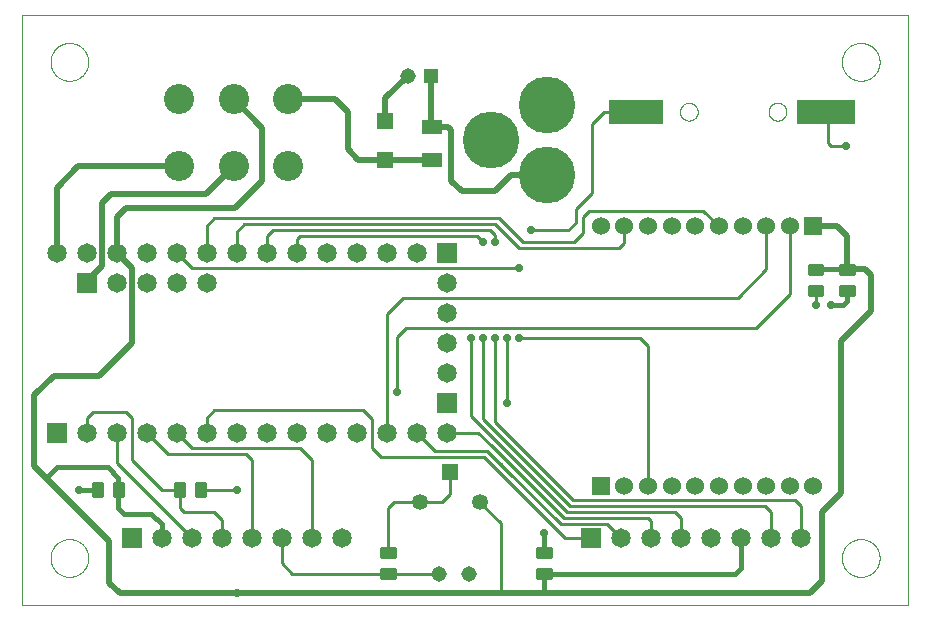
<source format=gtl>
G75*
%MOIN*%
%OFA0B0*%
%FSLAX25Y25*%
%IPPOS*%
%LPD*%
%AMOC8*
5,1,8,0,0,1.08239X$1,22.5*
%
%ADD10C,0.00000*%
%ADD11R,0.18110X0.07874*%
%ADD12R,0.19685X0.07874*%
%ADD13R,0.06500X0.06500*%
%ADD14C,0.06500*%
%ADD15C,0.01000*%
%ADD16R,0.06000X0.06000*%
%ADD17C,0.06000*%
%ADD18C,0.05150*%
%ADD19R,0.05150X0.05150*%
%ADD20R,0.05500X0.05500*%
%ADD21C,0.18898*%
%ADD22R,0.07000X0.05000*%
%ADD23C,0.05315*%
%ADD24R,0.05315X0.05315*%
%ADD25C,0.10039*%
%ADD26C,0.02000*%
%ADD27C,0.01600*%
%ADD28C,0.02900*%
D10*
X0048837Y0076492D02*
X0048837Y0273343D01*
X0344113Y0273343D01*
X0344113Y0076492D01*
X0048837Y0076492D01*
X0058286Y0092240D02*
X0058288Y0092398D01*
X0058294Y0092556D01*
X0058304Y0092714D01*
X0058318Y0092872D01*
X0058336Y0093029D01*
X0058357Y0093186D01*
X0058383Y0093342D01*
X0058413Y0093498D01*
X0058446Y0093653D01*
X0058484Y0093806D01*
X0058525Y0093959D01*
X0058570Y0094111D01*
X0058619Y0094262D01*
X0058672Y0094411D01*
X0058728Y0094559D01*
X0058788Y0094705D01*
X0058852Y0094850D01*
X0058920Y0094993D01*
X0058991Y0095135D01*
X0059065Y0095275D01*
X0059143Y0095412D01*
X0059225Y0095548D01*
X0059309Y0095682D01*
X0059398Y0095813D01*
X0059489Y0095942D01*
X0059584Y0096069D01*
X0059681Y0096194D01*
X0059782Y0096316D01*
X0059886Y0096435D01*
X0059993Y0096552D01*
X0060103Y0096666D01*
X0060216Y0096777D01*
X0060331Y0096886D01*
X0060449Y0096991D01*
X0060570Y0097093D01*
X0060693Y0097193D01*
X0060819Y0097289D01*
X0060947Y0097382D01*
X0061077Y0097472D01*
X0061210Y0097558D01*
X0061345Y0097642D01*
X0061481Y0097721D01*
X0061620Y0097798D01*
X0061761Y0097870D01*
X0061903Y0097940D01*
X0062047Y0098005D01*
X0062193Y0098067D01*
X0062340Y0098125D01*
X0062489Y0098180D01*
X0062639Y0098231D01*
X0062790Y0098278D01*
X0062942Y0098321D01*
X0063095Y0098360D01*
X0063250Y0098396D01*
X0063405Y0098427D01*
X0063561Y0098455D01*
X0063717Y0098479D01*
X0063874Y0098499D01*
X0064032Y0098515D01*
X0064189Y0098527D01*
X0064348Y0098535D01*
X0064506Y0098539D01*
X0064664Y0098539D01*
X0064822Y0098535D01*
X0064981Y0098527D01*
X0065138Y0098515D01*
X0065296Y0098499D01*
X0065453Y0098479D01*
X0065609Y0098455D01*
X0065765Y0098427D01*
X0065920Y0098396D01*
X0066075Y0098360D01*
X0066228Y0098321D01*
X0066380Y0098278D01*
X0066531Y0098231D01*
X0066681Y0098180D01*
X0066830Y0098125D01*
X0066977Y0098067D01*
X0067123Y0098005D01*
X0067267Y0097940D01*
X0067409Y0097870D01*
X0067550Y0097798D01*
X0067689Y0097721D01*
X0067825Y0097642D01*
X0067960Y0097558D01*
X0068093Y0097472D01*
X0068223Y0097382D01*
X0068351Y0097289D01*
X0068477Y0097193D01*
X0068600Y0097093D01*
X0068721Y0096991D01*
X0068839Y0096886D01*
X0068954Y0096777D01*
X0069067Y0096666D01*
X0069177Y0096552D01*
X0069284Y0096435D01*
X0069388Y0096316D01*
X0069489Y0096194D01*
X0069586Y0096069D01*
X0069681Y0095942D01*
X0069772Y0095813D01*
X0069861Y0095682D01*
X0069945Y0095548D01*
X0070027Y0095412D01*
X0070105Y0095275D01*
X0070179Y0095135D01*
X0070250Y0094993D01*
X0070318Y0094850D01*
X0070382Y0094705D01*
X0070442Y0094559D01*
X0070498Y0094411D01*
X0070551Y0094262D01*
X0070600Y0094111D01*
X0070645Y0093959D01*
X0070686Y0093806D01*
X0070724Y0093653D01*
X0070757Y0093498D01*
X0070787Y0093342D01*
X0070813Y0093186D01*
X0070834Y0093029D01*
X0070852Y0092872D01*
X0070866Y0092714D01*
X0070876Y0092556D01*
X0070882Y0092398D01*
X0070884Y0092240D01*
X0070882Y0092082D01*
X0070876Y0091924D01*
X0070866Y0091766D01*
X0070852Y0091608D01*
X0070834Y0091451D01*
X0070813Y0091294D01*
X0070787Y0091138D01*
X0070757Y0090982D01*
X0070724Y0090827D01*
X0070686Y0090674D01*
X0070645Y0090521D01*
X0070600Y0090369D01*
X0070551Y0090218D01*
X0070498Y0090069D01*
X0070442Y0089921D01*
X0070382Y0089775D01*
X0070318Y0089630D01*
X0070250Y0089487D01*
X0070179Y0089345D01*
X0070105Y0089205D01*
X0070027Y0089068D01*
X0069945Y0088932D01*
X0069861Y0088798D01*
X0069772Y0088667D01*
X0069681Y0088538D01*
X0069586Y0088411D01*
X0069489Y0088286D01*
X0069388Y0088164D01*
X0069284Y0088045D01*
X0069177Y0087928D01*
X0069067Y0087814D01*
X0068954Y0087703D01*
X0068839Y0087594D01*
X0068721Y0087489D01*
X0068600Y0087387D01*
X0068477Y0087287D01*
X0068351Y0087191D01*
X0068223Y0087098D01*
X0068093Y0087008D01*
X0067960Y0086922D01*
X0067825Y0086838D01*
X0067689Y0086759D01*
X0067550Y0086682D01*
X0067409Y0086610D01*
X0067267Y0086540D01*
X0067123Y0086475D01*
X0066977Y0086413D01*
X0066830Y0086355D01*
X0066681Y0086300D01*
X0066531Y0086249D01*
X0066380Y0086202D01*
X0066228Y0086159D01*
X0066075Y0086120D01*
X0065920Y0086084D01*
X0065765Y0086053D01*
X0065609Y0086025D01*
X0065453Y0086001D01*
X0065296Y0085981D01*
X0065138Y0085965D01*
X0064981Y0085953D01*
X0064822Y0085945D01*
X0064664Y0085941D01*
X0064506Y0085941D01*
X0064348Y0085945D01*
X0064189Y0085953D01*
X0064032Y0085965D01*
X0063874Y0085981D01*
X0063717Y0086001D01*
X0063561Y0086025D01*
X0063405Y0086053D01*
X0063250Y0086084D01*
X0063095Y0086120D01*
X0062942Y0086159D01*
X0062790Y0086202D01*
X0062639Y0086249D01*
X0062489Y0086300D01*
X0062340Y0086355D01*
X0062193Y0086413D01*
X0062047Y0086475D01*
X0061903Y0086540D01*
X0061761Y0086610D01*
X0061620Y0086682D01*
X0061481Y0086759D01*
X0061345Y0086838D01*
X0061210Y0086922D01*
X0061077Y0087008D01*
X0060947Y0087098D01*
X0060819Y0087191D01*
X0060693Y0087287D01*
X0060570Y0087387D01*
X0060449Y0087489D01*
X0060331Y0087594D01*
X0060216Y0087703D01*
X0060103Y0087814D01*
X0059993Y0087928D01*
X0059886Y0088045D01*
X0059782Y0088164D01*
X0059681Y0088286D01*
X0059584Y0088411D01*
X0059489Y0088538D01*
X0059398Y0088667D01*
X0059309Y0088798D01*
X0059225Y0088932D01*
X0059143Y0089068D01*
X0059065Y0089205D01*
X0058991Y0089345D01*
X0058920Y0089487D01*
X0058852Y0089630D01*
X0058788Y0089775D01*
X0058728Y0089921D01*
X0058672Y0090069D01*
X0058619Y0090218D01*
X0058570Y0090369D01*
X0058525Y0090521D01*
X0058484Y0090674D01*
X0058446Y0090827D01*
X0058413Y0090982D01*
X0058383Y0091138D01*
X0058357Y0091294D01*
X0058336Y0091451D01*
X0058318Y0091608D01*
X0058304Y0091766D01*
X0058294Y0091924D01*
X0058288Y0092082D01*
X0058286Y0092240D01*
X0268120Y0240992D02*
X0268122Y0241100D01*
X0268128Y0241209D01*
X0268138Y0241317D01*
X0268152Y0241424D01*
X0268170Y0241531D01*
X0268191Y0241638D01*
X0268217Y0241743D01*
X0268247Y0241848D01*
X0268280Y0241951D01*
X0268317Y0242053D01*
X0268358Y0242153D01*
X0268402Y0242252D01*
X0268451Y0242350D01*
X0268502Y0242445D01*
X0268557Y0242538D01*
X0268616Y0242630D01*
X0268678Y0242719D01*
X0268743Y0242806D01*
X0268811Y0242890D01*
X0268882Y0242972D01*
X0268956Y0243051D01*
X0269033Y0243127D01*
X0269113Y0243201D01*
X0269196Y0243271D01*
X0269281Y0243339D01*
X0269368Y0243403D01*
X0269458Y0243464D01*
X0269550Y0243522D01*
X0269644Y0243576D01*
X0269740Y0243627D01*
X0269837Y0243674D01*
X0269937Y0243718D01*
X0270038Y0243758D01*
X0270140Y0243794D01*
X0270243Y0243826D01*
X0270348Y0243855D01*
X0270454Y0243879D01*
X0270560Y0243900D01*
X0270667Y0243917D01*
X0270775Y0243930D01*
X0270883Y0243939D01*
X0270992Y0243944D01*
X0271100Y0243945D01*
X0271209Y0243942D01*
X0271317Y0243935D01*
X0271425Y0243924D01*
X0271532Y0243909D01*
X0271639Y0243890D01*
X0271745Y0243867D01*
X0271850Y0243841D01*
X0271955Y0243810D01*
X0272057Y0243776D01*
X0272159Y0243738D01*
X0272259Y0243696D01*
X0272358Y0243651D01*
X0272455Y0243602D01*
X0272549Y0243549D01*
X0272642Y0243493D01*
X0272733Y0243434D01*
X0272822Y0243371D01*
X0272908Y0243306D01*
X0272992Y0243237D01*
X0273073Y0243165D01*
X0273151Y0243090D01*
X0273227Y0243012D01*
X0273300Y0242931D01*
X0273370Y0242848D01*
X0273436Y0242763D01*
X0273500Y0242675D01*
X0273560Y0242584D01*
X0273617Y0242492D01*
X0273670Y0242397D01*
X0273720Y0242301D01*
X0273766Y0242203D01*
X0273809Y0242103D01*
X0273848Y0242002D01*
X0273883Y0241899D01*
X0273915Y0241796D01*
X0273942Y0241691D01*
X0273966Y0241585D01*
X0273986Y0241478D01*
X0274002Y0241371D01*
X0274014Y0241263D01*
X0274022Y0241155D01*
X0274026Y0241046D01*
X0274026Y0240938D01*
X0274022Y0240829D01*
X0274014Y0240721D01*
X0274002Y0240613D01*
X0273986Y0240506D01*
X0273966Y0240399D01*
X0273942Y0240293D01*
X0273915Y0240188D01*
X0273883Y0240085D01*
X0273848Y0239982D01*
X0273809Y0239881D01*
X0273766Y0239781D01*
X0273720Y0239683D01*
X0273670Y0239587D01*
X0273617Y0239492D01*
X0273560Y0239400D01*
X0273500Y0239309D01*
X0273436Y0239221D01*
X0273370Y0239136D01*
X0273300Y0239053D01*
X0273227Y0238972D01*
X0273151Y0238894D01*
X0273073Y0238819D01*
X0272992Y0238747D01*
X0272908Y0238678D01*
X0272822Y0238613D01*
X0272733Y0238550D01*
X0272642Y0238491D01*
X0272550Y0238435D01*
X0272455Y0238382D01*
X0272358Y0238333D01*
X0272259Y0238288D01*
X0272159Y0238246D01*
X0272057Y0238208D01*
X0271955Y0238174D01*
X0271850Y0238143D01*
X0271745Y0238117D01*
X0271639Y0238094D01*
X0271532Y0238075D01*
X0271425Y0238060D01*
X0271317Y0238049D01*
X0271209Y0238042D01*
X0271100Y0238039D01*
X0270992Y0238040D01*
X0270883Y0238045D01*
X0270775Y0238054D01*
X0270667Y0238067D01*
X0270560Y0238084D01*
X0270454Y0238105D01*
X0270348Y0238129D01*
X0270243Y0238158D01*
X0270140Y0238190D01*
X0270038Y0238226D01*
X0269937Y0238266D01*
X0269837Y0238310D01*
X0269740Y0238357D01*
X0269644Y0238408D01*
X0269550Y0238462D01*
X0269458Y0238520D01*
X0269368Y0238581D01*
X0269281Y0238645D01*
X0269196Y0238713D01*
X0269113Y0238783D01*
X0269033Y0238857D01*
X0268956Y0238933D01*
X0268882Y0239012D01*
X0268811Y0239094D01*
X0268743Y0239178D01*
X0268678Y0239265D01*
X0268616Y0239354D01*
X0268557Y0239446D01*
X0268502Y0239539D01*
X0268451Y0239634D01*
X0268402Y0239732D01*
X0268358Y0239831D01*
X0268317Y0239931D01*
X0268280Y0240033D01*
X0268247Y0240136D01*
X0268217Y0240241D01*
X0268191Y0240346D01*
X0268170Y0240453D01*
X0268152Y0240560D01*
X0268138Y0240667D01*
X0268128Y0240775D01*
X0268122Y0240884D01*
X0268120Y0240992D01*
X0297648Y0240992D02*
X0297650Y0241100D01*
X0297656Y0241209D01*
X0297666Y0241317D01*
X0297680Y0241424D01*
X0297698Y0241531D01*
X0297719Y0241638D01*
X0297745Y0241743D01*
X0297775Y0241848D01*
X0297808Y0241951D01*
X0297845Y0242053D01*
X0297886Y0242153D01*
X0297930Y0242252D01*
X0297979Y0242350D01*
X0298030Y0242445D01*
X0298085Y0242538D01*
X0298144Y0242630D01*
X0298206Y0242719D01*
X0298271Y0242806D01*
X0298339Y0242890D01*
X0298410Y0242972D01*
X0298484Y0243051D01*
X0298561Y0243127D01*
X0298641Y0243201D01*
X0298724Y0243271D01*
X0298809Y0243339D01*
X0298896Y0243403D01*
X0298986Y0243464D01*
X0299078Y0243522D01*
X0299172Y0243576D01*
X0299268Y0243627D01*
X0299365Y0243674D01*
X0299465Y0243718D01*
X0299566Y0243758D01*
X0299668Y0243794D01*
X0299771Y0243826D01*
X0299876Y0243855D01*
X0299982Y0243879D01*
X0300088Y0243900D01*
X0300195Y0243917D01*
X0300303Y0243930D01*
X0300411Y0243939D01*
X0300520Y0243944D01*
X0300628Y0243945D01*
X0300737Y0243942D01*
X0300845Y0243935D01*
X0300953Y0243924D01*
X0301060Y0243909D01*
X0301167Y0243890D01*
X0301273Y0243867D01*
X0301378Y0243841D01*
X0301483Y0243810D01*
X0301585Y0243776D01*
X0301687Y0243738D01*
X0301787Y0243696D01*
X0301886Y0243651D01*
X0301983Y0243602D01*
X0302077Y0243549D01*
X0302170Y0243493D01*
X0302261Y0243434D01*
X0302350Y0243371D01*
X0302436Y0243306D01*
X0302520Y0243237D01*
X0302601Y0243165D01*
X0302679Y0243090D01*
X0302755Y0243012D01*
X0302828Y0242931D01*
X0302898Y0242848D01*
X0302964Y0242763D01*
X0303028Y0242675D01*
X0303088Y0242584D01*
X0303145Y0242492D01*
X0303198Y0242397D01*
X0303248Y0242301D01*
X0303294Y0242203D01*
X0303337Y0242103D01*
X0303376Y0242002D01*
X0303411Y0241899D01*
X0303443Y0241796D01*
X0303470Y0241691D01*
X0303494Y0241585D01*
X0303514Y0241478D01*
X0303530Y0241371D01*
X0303542Y0241263D01*
X0303550Y0241155D01*
X0303554Y0241046D01*
X0303554Y0240938D01*
X0303550Y0240829D01*
X0303542Y0240721D01*
X0303530Y0240613D01*
X0303514Y0240506D01*
X0303494Y0240399D01*
X0303470Y0240293D01*
X0303443Y0240188D01*
X0303411Y0240085D01*
X0303376Y0239982D01*
X0303337Y0239881D01*
X0303294Y0239781D01*
X0303248Y0239683D01*
X0303198Y0239587D01*
X0303145Y0239492D01*
X0303088Y0239400D01*
X0303028Y0239309D01*
X0302964Y0239221D01*
X0302898Y0239136D01*
X0302828Y0239053D01*
X0302755Y0238972D01*
X0302679Y0238894D01*
X0302601Y0238819D01*
X0302520Y0238747D01*
X0302436Y0238678D01*
X0302350Y0238613D01*
X0302261Y0238550D01*
X0302170Y0238491D01*
X0302078Y0238435D01*
X0301983Y0238382D01*
X0301886Y0238333D01*
X0301787Y0238288D01*
X0301687Y0238246D01*
X0301585Y0238208D01*
X0301483Y0238174D01*
X0301378Y0238143D01*
X0301273Y0238117D01*
X0301167Y0238094D01*
X0301060Y0238075D01*
X0300953Y0238060D01*
X0300845Y0238049D01*
X0300737Y0238042D01*
X0300628Y0238039D01*
X0300520Y0238040D01*
X0300411Y0238045D01*
X0300303Y0238054D01*
X0300195Y0238067D01*
X0300088Y0238084D01*
X0299982Y0238105D01*
X0299876Y0238129D01*
X0299771Y0238158D01*
X0299668Y0238190D01*
X0299566Y0238226D01*
X0299465Y0238266D01*
X0299365Y0238310D01*
X0299268Y0238357D01*
X0299172Y0238408D01*
X0299078Y0238462D01*
X0298986Y0238520D01*
X0298896Y0238581D01*
X0298809Y0238645D01*
X0298724Y0238713D01*
X0298641Y0238783D01*
X0298561Y0238857D01*
X0298484Y0238933D01*
X0298410Y0239012D01*
X0298339Y0239094D01*
X0298271Y0239178D01*
X0298206Y0239265D01*
X0298144Y0239354D01*
X0298085Y0239446D01*
X0298030Y0239539D01*
X0297979Y0239634D01*
X0297930Y0239732D01*
X0297886Y0239831D01*
X0297845Y0239931D01*
X0297808Y0240033D01*
X0297775Y0240136D01*
X0297745Y0240241D01*
X0297719Y0240346D01*
X0297698Y0240453D01*
X0297680Y0240560D01*
X0297666Y0240667D01*
X0297656Y0240775D01*
X0297650Y0240884D01*
X0297648Y0240992D01*
X0322066Y0257594D02*
X0322068Y0257752D01*
X0322074Y0257910D01*
X0322084Y0258068D01*
X0322098Y0258226D01*
X0322116Y0258383D01*
X0322137Y0258540D01*
X0322163Y0258696D01*
X0322193Y0258852D01*
X0322226Y0259007D01*
X0322264Y0259160D01*
X0322305Y0259313D01*
X0322350Y0259465D01*
X0322399Y0259616D01*
X0322452Y0259765D01*
X0322508Y0259913D01*
X0322568Y0260059D01*
X0322632Y0260204D01*
X0322700Y0260347D01*
X0322771Y0260489D01*
X0322845Y0260629D01*
X0322923Y0260766D01*
X0323005Y0260902D01*
X0323089Y0261036D01*
X0323178Y0261167D01*
X0323269Y0261296D01*
X0323364Y0261423D01*
X0323461Y0261548D01*
X0323562Y0261670D01*
X0323666Y0261789D01*
X0323773Y0261906D01*
X0323883Y0262020D01*
X0323996Y0262131D01*
X0324111Y0262240D01*
X0324229Y0262345D01*
X0324350Y0262447D01*
X0324473Y0262547D01*
X0324599Y0262643D01*
X0324727Y0262736D01*
X0324857Y0262826D01*
X0324990Y0262912D01*
X0325125Y0262996D01*
X0325261Y0263075D01*
X0325400Y0263152D01*
X0325541Y0263224D01*
X0325683Y0263294D01*
X0325827Y0263359D01*
X0325973Y0263421D01*
X0326120Y0263479D01*
X0326269Y0263534D01*
X0326419Y0263585D01*
X0326570Y0263632D01*
X0326722Y0263675D01*
X0326875Y0263714D01*
X0327030Y0263750D01*
X0327185Y0263781D01*
X0327341Y0263809D01*
X0327497Y0263833D01*
X0327654Y0263853D01*
X0327812Y0263869D01*
X0327969Y0263881D01*
X0328128Y0263889D01*
X0328286Y0263893D01*
X0328444Y0263893D01*
X0328602Y0263889D01*
X0328761Y0263881D01*
X0328918Y0263869D01*
X0329076Y0263853D01*
X0329233Y0263833D01*
X0329389Y0263809D01*
X0329545Y0263781D01*
X0329700Y0263750D01*
X0329855Y0263714D01*
X0330008Y0263675D01*
X0330160Y0263632D01*
X0330311Y0263585D01*
X0330461Y0263534D01*
X0330610Y0263479D01*
X0330757Y0263421D01*
X0330903Y0263359D01*
X0331047Y0263294D01*
X0331189Y0263224D01*
X0331330Y0263152D01*
X0331469Y0263075D01*
X0331605Y0262996D01*
X0331740Y0262912D01*
X0331873Y0262826D01*
X0332003Y0262736D01*
X0332131Y0262643D01*
X0332257Y0262547D01*
X0332380Y0262447D01*
X0332501Y0262345D01*
X0332619Y0262240D01*
X0332734Y0262131D01*
X0332847Y0262020D01*
X0332957Y0261906D01*
X0333064Y0261789D01*
X0333168Y0261670D01*
X0333269Y0261548D01*
X0333366Y0261423D01*
X0333461Y0261296D01*
X0333552Y0261167D01*
X0333641Y0261036D01*
X0333725Y0260902D01*
X0333807Y0260766D01*
X0333885Y0260629D01*
X0333959Y0260489D01*
X0334030Y0260347D01*
X0334098Y0260204D01*
X0334162Y0260059D01*
X0334222Y0259913D01*
X0334278Y0259765D01*
X0334331Y0259616D01*
X0334380Y0259465D01*
X0334425Y0259313D01*
X0334466Y0259160D01*
X0334504Y0259007D01*
X0334537Y0258852D01*
X0334567Y0258696D01*
X0334593Y0258540D01*
X0334614Y0258383D01*
X0334632Y0258226D01*
X0334646Y0258068D01*
X0334656Y0257910D01*
X0334662Y0257752D01*
X0334664Y0257594D01*
X0334662Y0257436D01*
X0334656Y0257278D01*
X0334646Y0257120D01*
X0334632Y0256962D01*
X0334614Y0256805D01*
X0334593Y0256648D01*
X0334567Y0256492D01*
X0334537Y0256336D01*
X0334504Y0256181D01*
X0334466Y0256028D01*
X0334425Y0255875D01*
X0334380Y0255723D01*
X0334331Y0255572D01*
X0334278Y0255423D01*
X0334222Y0255275D01*
X0334162Y0255129D01*
X0334098Y0254984D01*
X0334030Y0254841D01*
X0333959Y0254699D01*
X0333885Y0254559D01*
X0333807Y0254422D01*
X0333725Y0254286D01*
X0333641Y0254152D01*
X0333552Y0254021D01*
X0333461Y0253892D01*
X0333366Y0253765D01*
X0333269Y0253640D01*
X0333168Y0253518D01*
X0333064Y0253399D01*
X0332957Y0253282D01*
X0332847Y0253168D01*
X0332734Y0253057D01*
X0332619Y0252948D01*
X0332501Y0252843D01*
X0332380Y0252741D01*
X0332257Y0252641D01*
X0332131Y0252545D01*
X0332003Y0252452D01*
X0331873Y0252362D01*
X0331740Y0252276D01*
X0331605Y0252192D01*
X0331469Y0252113D01*
X0331330Y0252036D01*
X0331189Y0251964D01*
X0331047Y0251894D01*
X0330903Y0251829D01*
X0330757Y0251767D01*
X0330610Y0251709D01*
X0330461Y0251654D01*
X0330311Y0251603D01*
X0330160Y0251556D01*
X0330008Y0251513D01*
X0329855Y0251474D01*
X0329700Y0251438D01*
X0329545Y0251407D01*
X0329389Y0251379D01*
X0329233Y0251355D01*
X0329076Y0251335D01*
X0328918Y0251319D01*
X0328761Y0251307D01*
X0328602Y0251299D01*
X0328444Y0251295D01*
X0328286Y0251295D01*
X0328128Y0251299D01*
X0327969Y0251307D01*
X0327812Y0251319D01*
X0327654Y0251335D01*
X0327497Y0251355D01*
X0327341Y0251379D01*
X0327185Y0251407D01*
X0327030Y0251438D01*
X0326875Y0251474D01*
X0326722Y0251513D01*
X0326570Y0251556D01*
X0326419Y0251603D01*
X0326269Y0251654D01*
X0326120Y0251709D01*
X0325973Y0251767D01*
X0325827Y0251829D01*
X0325683Y0251894D01*
X0325541Y0251964D01*
X0325400Y0252036D01*
X0325261Y0252113D01*
X0325125Y0252192D01*
X0324990Y0252276D01*
X0324857Y0252362D01*
X0324727Y0252452D01*
X0324599Y0252545D01*
X0324473Y0252641D01*
X0324350Y0252741D01*
X0324229Y0252843D01*
X0324111Y0252948D01*
X0323996Y0253057D01*
X0323883Y0253168D01*
X0323773Y0253282D01*
X0323666Y0253399D01*
X0323562Y0253518D01*
X0323461Y0253640D01*
X0323364Y0253765D01*
X0323269Y0253892D01*
X0323178Y0254021D01*
X0323089Y0254152D01*
X0323005Y0254286D01*
X0322923Y0254422D01*
X0322845Y0254559D01*
X0322771Y0254699D01*
X0322700Y0254841D01*
X0322632Y0254984D01*
X0322568Y0255129D01*
X0322508Y0255275D01*
X0322452Y0255423D01*
X0322399Y0255572D01*
X0322350Y0255723D01*
X0322305Y0255875D01*
X0322264Y0256028D01*
X0322226Y0256181D01*
X0322193Y0256336D01*
X0322163Y0256492D01*
X0322137Y0256648D01*
X0322116Y0256805D01*
X0322098Y0256962D01*
X0322084Y0257120D01*
X0322074Y0257278D01*
X0322068Y0257436D01*
X0322066Y0257594D01*
X0322066Y0092240D02*
X0322068Y0092398D01*
X0322074Y0092556D01*
X0322084Y0092714D01*
X0322098Y0092872D01*
X0322116Y0093029D01*
X0322137Y0093186D01*
X0322163Y0093342D01*
X0322193Y0093498D01*
X0322226Y0093653D01*
X0322264Y0093806D01*
X0322305Y0093959D01*
X0322350Y0094111D01*
X0322399Y0094262D01*
X0322452Y0094411D01*
X0322508Y0094559D01*
X0322568Y0094705D01*
X0322632Y0094850D01*
X0322700Y0094993D01*
X0322771Y0095135D01*
X0322845Y0095275D01*
X0322923Y0095412D01*
X0323005Y0095548D01*
X0323089Y0095682D01*
X0323178Y0095813D01*
X0323269Y0095942D01*
X0323364Y0096069D01*
X0323461Y0096194D01*
X0323562Y0096316D01*
X0323666Y0096435D01*
X0323773Y0096552D01*
X0323883Y0096666D01*
X0323996Y0096777D01*
X0324111Y0096886D01*
X0324229Y0096991D01*
X0324350Y0097093D01*
X0324473Y0097193D01*
X0324599Y0097289D01*
X0324727Y0097382D01*
X0324857Y0097472D01*
X0324990Y0097558D01*
X0325125Y0097642D01*
X0325261Y0097721D01*
X0325400Y0097798D01*
X0325541Y0097870D01*
X0325683Y0097940D01*
X0325827Y0098005D01*
X0325973Y0098067D01*
X0326120Y0098125D01*
X0326269Y0098180D01*
X0326419Y0098231D01*
X0326570Y0098278D01*
X0326722Y0098321D01*
X0326875Y0098360D01*
X0327030Y0098396D01*
X0327185Y0098427D01*
X0327341Y0098455D01*
X0327497Y0098479D01*
X0327654Y0098499D01*
X0327812Y0098515D01*
X0327969Y0098527D01*
X0328128Y0098535D01*
X0328286Y0098539D01*
X0328444Y0098539D01*
X0328602Y0098535D01*
X0328761Y0098527D01*
X0328918Y0098515D01*
X0329076Y0098499D01*
X0329233Y0098479D01*
X0329389Y0098455D01*
X0329545Y0098427D01*
X0329700Y0098396D01*
X0329855Y0098360D01*
X0330008Y0098321D01*
X0330160Y0098278D01*
X0330311Y0098231D01*
X0330461Y0098180D01*
X0330610Y0098125D01*
X0330757Y0098067D01*
X0330903Y0098005D01*
X0331047Y0097940D01*
X0331189Y0097870D01*
X0331330Y0097798D01*
X0331469Y0097721D01*
X0331605Y0097642D01*
X0331740Y0097558D01*
X0331873Y0097472D01*
X0332003Y0097382D01*
X0332131Y0097289D01*
X0332257Y0097193D01*
X0332380Y0097093D01*
X0332501Y0096991D01*
X0332619Y0096886D01*
X0332734Y0096777D01*
X0332847Y0096666D01*
X0332957Y0096552D01*
X0333064Y0096435D01*
X0333168Y0096316D01*
X0333269Y0096194D01*
X0333366Y0096069D01*
X0333461Y0095942D01*
X0333552Y0095813D01*
X0333641Y0095682D01*
X0333725Y0095548D01*
X0333807Y0095412D01*
X0333885Y0095275D01*
X0333959Y0095135D01*
X0334030Y0094993D01*
X0334098Y0094850D01*
X0334162Y0094705D01*
X0334222Y0094559D01*
X0334278Y0094411D01*
X0334331Y0094262D01*
X0334380Y0094111D01*
X0334425Y0093959D01*
X0334466Y0093806D01*
X0334504Y0093653D01*
X0334537Y0093498D01*
X0334567Y0093342D01*
X0334593Y0093186D01*
X0334614Y0093029D01*
X0334632Y0092872D01*
X0334646Y0092714D01*
X0334656Y0092556D01*
X0334662Y0092398D01*
X0334664Y0092240D01*
X0334662Y0092082D01*
X0334656Y0091924D01*
X0334646Y0091766D01*
X0334632Y0091608D01*
X0334614Y0091451D01*
X0334593Y0091294D01*
X0334567Y0091138D01*
X0334537Y0090982D01*
X0334504Y0090827D01*
X0334466Y0090674D01*
X0334425Y0090521D01*
X0334380Y0090369D01*
X0334331Y0090218D01*
X0334278Y0090069D01*
X0334222Y0089921D01*
X0334162Y0089775D01*
X0334098Y0089630D01*
X0334030Y0089487D01*
X0333959Y0089345D01*
X0333885Y0089205D01*
X0333807Y0089068D01*
X0333725Y0088932D01*
X0333641Y0088798D01*
X0333552Y0088667D01*
X0333461Y0088538D01*
X0333366Y0088411D01*
X0333269Y0088286D01*
X0333168Y0088164D01*
X0333064Y0088045D01*
X0332957Y0087928D01*
X0332847Y0087814D01*
X0332734Y0087703D01*
X0332619Y0087594D01*
X0332501Y0087489D01*
X0332380Y0087387D01*
X0332257Y0087287D01*
X0332131Y0087191D01*
X0332003Y0087098D01*
X0331873Y0087008D01*
X0331740Y0086922D01*
X0331605Y0086838D01*
X0331469Y0086759D01*
X0331330Y0086682D01*
X0331189Y0086610D01*
X0331047Y0086540D01*
X0330903Y0086475D01*
X0330757Y0086413D01*
X0330610Y0086355D01*
X0330461Y0086300D01*
X0330311Y0086249D01*
X0330160Y0086202D01*
X0330008Y0086159D01*
X0329855Y0086120D01*
X0329700Y0086084D01*
X0329545Y0086053D01*
X0329389Y0086025D01*
X0329233Y0086001D01*
X0329076Y0085981D01*
X0328918Y0085965D01*
X0328761Y0085953D01*
X0328602Y0085945D01*
X0328444Y0085941D01*
X0328286Y0085941D01*
X0328128Y0085945D01*
X0327969Y0085953D01*
X0327812Y0085965D01*
X0327654Y0085981D01*
X0327497Y0086001D01*
X0327341Y0086025D01*
X0327185Y0086053D01*
X0327030Y0086084D01*
X0326875Y0086120D01*
X0326722Y0086159D01*
X0326570Y0086202D01*
X0326419Y0086249D01*
X0326269Y0086300D01*
X0326120Y0086355D01*
X0325973Y0086413D01*
X0325827Y0086475D01*
X0325683Y0086540D01*
X0325541Y0086610D01*
X0325400Y0086682D01*
X0325261Y0086759D01*
X0325125Y0086838D01*
X0324990Y0086922D01*
X0324857Y0087008D01*
X0324727Y0087098D01*
X0324599Y0087191D01*
X0324473Y0087287D01*
X0324350Y0087387D01*
X0324229Y0087489D01*
X0324111Y0087594D01*
X0323996Y0087703D01*
X0323883Y0087814D01*
X0323773Y0087928D01*
X0323666Y0088045D01*
X0323562Y0088164D01*
X0323461Y0088286D01*
X0323364Y0088411D01*
X0323269Y0088538D01*
X0323178Y0088667D01*
X0323089Y0088798D01*
X0323005Y0088932D01*
X0322923Y0089068D01*
X0322845Y0089205D01*
X0322771Y0089345D01*
X0322700Y0089487D01*
X0322632Y0089630D01*
X0322568Y0089775D01*
X0322508Y0089921D01*
X0322452Y0090069D01*
X0322399Y0090218D01*
X0322350Y0090369D01*
X0322305Y0090521D01*
X0322264Y0090674D01*
X0322226Y0090827D01*
X0322193Y0090982D01*
X0322163Y0091138D01*
X0322137Y0091294D01*
X0322116Y0091451D01*
X0322098Y0091608D01*
X0322084Y0091766D01*
X0322074Y0091924D01*
X0322068Y0092082D01*
X0322066Y0092240D01*
X0058286Y0257594D02*
X0058288Y0257752D01*
X0058294Y0257910D01*
X0058304Y0258068D01*
X0058318Y0258226D01*
X0058336Y0258383D01*
X0058357Y0258540D01*
X0058383Y0258696D01*
X0058413Y0258852D01*
X0058446Y0259007D01*
X0058484Y0259160D01*
X0058525Y0259313D01*
X0058570Y0259465D01*
X0058619Y0259616D01*
X0058672Y0259765D01*
X0058728Y0259913D01*
X0058788Y0260059D01*
X0058852Y0260204D01*
X0058920Y0260347D01*
X0058991Y0260489D01*
X0059065Y0260629D01*
X0059143Y0260766D01*
X0059225Y0260902D01*
X0059309Y0261036D01*
X0059398Y0261167D01*
X0059489Y0261296D01*
X0059584Y0261423D01*
X0059681Y0261548D01*
X0059782Y0261670D01*
X0059886Y0261789D01*
X0059993Y0261906D01*
X0060103Y0262020D01*
X0060216Y0262131D01*
X0060331Y0262240D01*
X0060449Y0262345D01*
X0060570Y0262447D01*
X0060693Y0262547D01*
X0060819Y0262643D01*
X0060947Y0262736D01*
X0061077Y0262826D01*
X0061210Y0262912D01*
X0061345Y0262996D01*
X0061481Y0263075D01*
X0061620Y0263152D01*
X0061761Y0263224D01*
X0061903Y0263294D01*
X0062047Y0263359D01*
X0062193Y0263421D01*
X0062340Y0263479D01*
X0062489Y0263534D01*
X0062639Y0263585D01*
X0062790Y0263632D01*
X0062942Y0263675D01*
X0063095Y0263714D01*
X0063250Y0263750D01*
X0063405Y0263781D01*
X0063561Y0263809D01*
X0063717Y0263833D01*
X0063874Y0263853D01*
X0064032Y0263869D01*
X0064189Y0263881D01*
X0064348Y0263889D01*
X0064506Y0263893D01*
X0064664Y0263893D01*
X0064822Y0263889D01*
X0064981Y0263881D01*
X0065138Y0263869D01*
X0065296Y0263853D01*
X0065453Y0263833D01*
X0065609Y0263809D01*
X0065765Y0263781D01*
X0065920Y0263750D01*
X0066075Y0263714D01*
X0066228Y0263675D01*
X0066380Y0263632D01*
X0066531Y0263585D01*
X0066681Y0263534D01*
X0066830Y0263479D01*
X0066977Y0263421D01*
X0067123Y0263359D01*
X0067267Y0263294D01*
X0067409Y0263224D01*
X0067550Y0263152D01*
X0067689Y0263075D01*
X0067825Y0262996D01*
X0067960Y0262912D01*
X0068093Y0262826D01*
X0068223Y0262736D01*
X0068351Y0262643D01*
X0068477Y0262547D01*
X0068600Y0262447D01*
X0068721Y0262345D01*
X0068839Y0262240D01*
X0068954Y0262131D01*
X0069067Y0262020D01*
X0069177Y0261906D01*
X0069284Y0261789D01*
X0069388Y0261670D01*
X0069489Y0261548D01*
X0069586Y0261423D01*
X0069681Y0261296D01*
X0069772Y0261167D01*
X0069861Y0261036D01*
X0069945Y0260902D01*
X0070027Y0260766D01*
X0070105Y0260629D01*
X0070179Y0260489D01*
X0070250Y0260347D01*
X0070318Y0260204D01*
X0070382Y0260059D01*
X0070442Y0259913D01*
X0070498Y0259765D01*
X0070551Y0259616D01*
X0070600Y0259465D01*
X0070645Y0259313D01*
X0070686Y0259160D01*
X0070724Y0259007D01*
X0070757Y0258852D01*
X0070787Y0258696D01*
X0070813Y0258540D01*
X0070834Y0258383D01*
X0070852Y0258226D01*
X0070866Y0258068D01*
X0070876Y0257910D01*
X0070882Y0257752D01*
X0070884Y0257594D01*
X0070882Y0257436D01*
X0070876Y0257278D01*
X0070866Y0257120D01*
X0070852Y0256962D01*
X0070834Y0256805D01*
X0070813Y0256648D01*
X0070787Y0256492D01*
X0070757Y0256336D01*
X0070724Y0256181D01*
X0070686Y0256028D01*
X0070645Y0255875D01*
X0070600Y0255723D01*
X0070551Y0255572D01*
X0070498Y0255423D01*
X0070442Y0255275D01*
X0070382Y0255129D01*
X0070318Y0254984D01*
X0070250Y0254841D01*
X0070179Y0254699D01*
X0070105Y0254559D01*
X0070027Y0254422D01*
X0069945Y0254286D01*
X0069861Y0254152D01*
X0069772Y0254021D01*
X0069681Y0253892D01*
X0069586Y0253765D01*
X0069489Y0253640D01*
X0069388Y0253518D01*
X0069284Y0253399D01*
X0069177Y0253282D01*
X0069067Y0253168D01*
X0068954Y0253057D01*
X0068839Y0252948D01*
X0068721Y0252843D01*
X0068600Y0252741D01*
X0068477Y0252641D01*
X0068351Y0252545D01*
X0068223Y0252452D01*
X0068093Y0252362D01*
X0067960Y0252276D01*
X0067825Y0252192D01*
X0067689Y0252113D01*
X0067550Y0252036D01*
X0067409Y0251964D01*
X0067267Y0251894D01*
X0067123Y0251829D01*
X0066977Y0251767D01*
X0066830Y0251709D01*
X0066681Y0251654D01*
X0066531Y0251603D01*
X0066380Y0251556D01*
X0066228Y0251513D01*
X0066075Y0251474D01*
X0065920Y0251438D01*
X0065765Y0251407D01*
X0065609Y0251379D01*
X0065453Y0251355D01*
X0065296Y0251335D01*
X0065138Y0251319D01*
X0064981Y0251307D01*
X0064822Y0251299D01*
X0064664Y0251295D01*
X0064506Y0251295D01*
X0064348Y0251299D01*
X0064189Y0251307D01*
X0064032Y0251319D01*
X0063874Y0251335D01*
X0063717Y0251355D01*
X0063561Y0251379D01*
X0063405Y0251407D01*
X0063250Y0251438D01*
X0063095Y0251474D01*
X0062942Y0251513D01*
X0062790Y0251556D01*
X0062639Y0251603D01*
X0062489Y0251654D01*
X0062340Y0251709D01*
X0062193Y0251767D01*
X0062047Y0251829D01*
X0061903Y0251894D01*
X0061761Y0251964D01*
X0061620Y0252036D01*
X0061481Y0252113D01*
X0061345Y0252192D01*
X0061210Y0252276D01*
X0061077Y0252362D01*
X0060947Y0252452D01*
X0060819Y0252545D01*
X0060693Y0252641D01*
X0060570Y0252741D01*
X0060449Y0252843D01*
X0060331Y0252948D01*
X0060216Y0253057D01*
X0060103Y0253168D01*
X0059993Y0253282D01*
X0059886Y0253399D01*
X0059782Y0253518D01*
X0059681Y0253640D01*
X0059584Y0253765D01*
X0059489Y0253892D01*
X0059398Y0254021D01*
X0059309Y0254152D01*
X0059225Y0254286D01*
X0059143Y0254422D01*
X0059065Y0254559D01*
X0058991Y0254699D01*
X0058920Y0254841D01*
X0058852Y0254984D01*
X0058788Y0255129D01*
X0058728Y0255275D01*
X0058672Y0255423D01*
X0058619Y0255572D01*
X0058570Y0255723D01*
X0058525Y0255875D01*
X0058484Y0256028D01*
X0058446Y0256181D01*
X0058413Y0256336D01*
X0058383Y0256492D01*
X0058357Y0256648D01*
X0058336Y0256805D01*
X0058318Y0256962D01*
X0058304Y0257120D01*
X0058294Y0257278D01*
X0058288Y0257436D01*
X0058286Y0257594D01*
D11*
X0253554Y0240992D03*
D12*
X0316939Y0240992D03*
D13*
X0190337Y0193992D03*
X0190337Y0143992D03*
X0238337Y0098992D03*
X0085337Y0098992D03*
X0060337Y0133992D03*
X0070337Y0183992D03*
D14*
X0080337Y0183992D03*
X0090337Y0183992D03*
X0100337Y0183992D03*
X0110337Y0183992D03*
X0110337Y0193992D03*
X0100337Y0193992D03*
X0090337Y0193992D03*
X0080337Y0193992D03*
X0070337Y0193992D03*
X0060337Y0193992D03*
X0120337Y0193992D03*
X0130337Y0193992D03*
X0140337Y0193992D03*
X0150337Y0193992D03*
X0160337Y0193992D03*
X0170337Y0193992D03*
X0180337Y0193992D03*
X0190337Y0183992D03*
X0190337Y0173992D03*
X0190337Y0163992D03*
X0190337Y0153992D03*
X0190337Y0133992D03*
X0180337Y0133992D03*
X0170337Y0133992D03*
X0160337Y0133992D03*
X0150337Y0133992D03*
X0140337Y0133992D03*
X0130337Y0133992D03*
X0120337Y0133992D03*
X0110337Y0133992D03*
X0100337Y0133992D03*
X0090337Y0133992D03*
X0080337Y0133992D03*
X0070337Y0133992D03*
X0095337Y0098992D03*
X0105337Y0098992D03*
X0115337Y0098992D03*
X0125337Y0098992D03*
X0135337Y0098992D03*
X0145337Y0098992D03*
X0155337Y0098992D03*
X0248337Y0098992D03*
X0258337Y0098992D03*
X0268337Y0098992D03*
X0278337Y0098992D03*
X0288337Y0098992D03*
X0298337Y0098992D03*
X0308337Y0098992D03*
D15*
X0308337Y0109492D01*
X0306337Y0111492D01*
X0232337Y0111492D01*
X0206337Y0137492D01*
X0206337Y0165492D01*
X0202337Y0165492D02*
X0202337Y0138492D01*
X0231337Y0109492D01*
X0296337Y0109492D01*
X0298337Y0107492D01*
X0298337Y0098992D01*
X0268337Y0098992D02*
X0268337Y0105492D01*
X0266337Y0107492D01*
X0230337Y0107492D01*
X0198337Y0139492D01*
X0198337Y0165492D01*
X0210337Y0165492D02*
X0210337Y0143992D01*
X0200837Y0133992D02*
X0205337Y0129492D01*
X0229337Y0105492D01*
X0257337Y0105492D01*
X0258337Y0104492D01*
X0258337Y0098992D01*
X0248337Y0098992D02*
X0243837Y0103492D01*
X0228337Y0103492D01*
X0209837Y0121992D01*
X0203837Y0127992D01*
X0186337Y0127992D01*
X0180337Y0133992D01*
X0170337Y0133992D02*
X0170337Y0173492D01*
X0175837Y0178992D01*
X0287337Y0178992D01*
X0296837Y0188492D01*
X0296837Y0202791D01*
X0296829Y0202799D01*
X0304703Y0202799D02*
X0304703Y0180358D01*
X0293337Y0168992D01*
X0176837Y0168992D01*
X0173837Y0165992D01*
X0173837Y0147492D01*
X0165337Y0138492D02*
X0165337Y0131992D01*
X0165337Y0128992D01*
X0168337Y0125992D01*
X0202837Y0125992D01*
X0207837Y0120992D01*
X0229837Y0098992D01*
X0238337Y0098992D01*
X0220587Y0095492D02*
X0220587Y0092492D01*
X0220587Y0095492D02*
X0225087Y0095492D01*
X0225087Y0092492D01*
X0220587Y0092492D01*
X0220587Y0093491D02*
X0225087Y0093491D01*
X0225087Y0094490D02*
X0220587Y0094490D01*
X0220587Y0095489D02*
X0225087Y0095489D01*
X0220587Y0088492D02*
X0220587Y0085492D01*
X0220587Y0088492D02*
X0225087Y0088492D01*
X0225087Y0085492D01*
X0220587Y0085492D01*
X0220587Y0086491D02*
X0225087Y0086491D01*
X0225087Y0087490D02*
X0220587Y0087490D01*
X0220587Y0088489D02*
X0225087Y0088489D01*
X0208337Y0080492D02*
X0208337Y0103992D01*
X0201337Y0110492D01*
X0201337Y0111008D01*
X0191337Y0113492D02*
X0188853Y0111008D01*
X0181337Y0111008D01*
X0181321Y0110992D01*
X0172837Y0110992D01*
X0170837Y0108992D01*
X0170837Y0093992D01*
X0173087Y0095492D02*
X0173087Y0092492D01*
X0168587Y0092492D01*
X0168587Y0095492D01*
X0173087Y0095492D01*
X0173087Y0093491D02*
X0168587Y0093491D01*
X0168587Y0094490D02*
X0173087Y0094490D01*
X0173087Y0095489D02*
X0168587Y0095489D01*
X0173087Y0088492D02*
X0173087Y0085492D01*
X0168587Y0085492D01*
X0168587Y0088492D01*
X0173087Y0088492D01*
X0173087Y0086491D02*
X0168587Y0086491D01*
X0168587Y0087490D02*
X0173087Y0087490D01*
X0173087Y0088489D02*
X0168587Y0088489D01*
X0170837Y0086992D02*
X0138837Y0086992D01*
X0135337Y0090492D01*
X0135337Y0098992D01*
X0125337Y0098992D02*
X0125337Y0124992D01*
X0123337Y0126992D01*
X0097337Y0126992D01*
X0090337Y0133992D01*
X0085337Y0138992D02*
X0085337Y0124992D01*
X0095337Y0114992D01*
X0101337Y0114992D01*
X0102837Y0112742D02*
X0099837Y0112742D01*
X0099837Y0117242D01*
X0102837Y0117242D01*
X0102837Y0112742D01*
X0102837Y0113741D02*
X0099837Y0113741D01*
X0099837Y0114740D02*
X0102837Y0114740D01*
X0102837Y0115739D02*
X0099837Y0115739D01*
X0099837Y0116738D02*
X0102837Y0116738D01*
X0101337Y0114992D02*
X0101337Y0108992D01*
X0102837Y0107492D01*
X0112837Y0107492D01*
X0115337Y0104992D01*
X0115337Y0098992D01*
X0105337Y0098992D02*
X0080337Y0123992D01*
X0080337Y0133992D01*
X0085337Y0138992D02*
X0083337Y0140992D01*
X0072337Y0140992D01*
X0070337Y0138992D01*
X0070337Y0133992D01*
X0072337Y0112742D02*
X0075337Y0112742D01*
X0072337Y0112742D02*
X0072337Y0117242D01*
X0075337Y0117242D01*
X0075337Y0112742D01*
X0075337Y0113741D02*
X0072337Y0113741D01*
X0072337Y0114740D02*
X0075337Y0114740D01*
X0075337Y0115739D02*
X0072337Y0115739D01*
X0072337Y0116738D02*
X0075337Y0116738D01*
X0079337Y0112742D02*
X0082337Y0112742D01*
X0079337Y0112742D02*
X0079337Y0117242D01*
X0082337Y0117242D01*
X0082337Y0112742D01*
X0082337Y0113741D02*
X0079337Y0113741D01*
X0079337Y0114740D02*
X0082337Y0114740D01*
X0082337Y0115739D02*
X0079337Y0115739D01*
X0079337Y0116738D02*
X0082337Y0116738D01*
X0100337Y0133992D02*
X0105337Y0128992D01*
X0141337Y0128992D01*
X0145337Y0124992D01*
X0145337Y0098992D01*
X0170837Y0086992D02*
X0187837Y0086992D01*
X0191337Y0113492D02*
X0191337Y0120850D01*
X0190337Y0133992D02*
X0200837Y0133992D01*
X0208337Y0123492D02*
X0209837Y0121992D01*
X0165337Y0138492D02*
X0162337Y0141492D01*
X0152837Y0141492D01*
X0112837Y0141492D01*
X0110337Y0138992D01*
X0110337Y0133992D01*
X0109837Y0112742D02*
X0106837Y0112742D01*
X0106837Y0117242D01*
X0109837Y0117242D01*
X0109837Y0112742D01*
X0109837Y0113741D02*
X0106837Y0113741D01*
X0106837Y0114740D02*
X0109837Y0114740D01*
X0109837Y0115739D02*
X0106837Y0115739D01*
X0106837Y0116738D02*
X0109837Y0116738D01*
X0108337Y0114992D02*
X0120337Y0114992D01*
X0214337Y0165492D02*
X0254837Y0165492D01*
X0257459Y0162870D01*
X0257459Y0116185D01*
X0313337Y0176492D02*
X0313337Y0181492D01*
X0311087Y0179992D02*
X0311087Y0182992D01*
X0315587Y0182992D01*
X0315587Y0179992D01*
X0311087Y0179992D01*
X0311087Y0180991D02*
X0315587Y0180991D01*
X0315587Y0181990D02*
X0311087Y0181990D01*
X0311087Y0182989D02*
X0315587Y0182989D01*
X0311087Y0186992D02*
X0311087Y0189992D01*
X0315587Y0189992D01*
X0315587Y0186992D01*
X0311087Y0186992D01*
X0311087Y0187991D02*
X0315587Y0187991D01*
X0315587Y0188990D02*
X0311087Y0188990D01*
X0311087Y0189989D02*
X0315587Y0189989D01*
X0321587Y0189992D02*
X0321587Y0186992D01*
X0321587Y0189992D02*
X0326087Y0189992D01*
X0326087Y0186992D01*
X0321587Y0186992D01*
X0321587Y0187991D02*
X0326087Y0187991D01*
X0326087Y0188990D02*
X0321587Y0188990D01*
X0321587Y0189989D02*
X0326087Y0189989D01*
X0321587Y0182992D02*
X0321587Y0179992D01*
X0321587Y0182992D02*
X0326087Y0182992D01*
X0326087Y0179992D01*
X0321587Y0179992D01*
X0321587Y0180991D02*
X0326087Y0180991D01*
X0326087Y0181990D02*
X0321587Y0181990D01*
X0321587Y0182989D02*
X0326087Y0182989D01*
X0281081Y0202799D02*
X0275888Y0207992D01*
X0237837Y0207992D01*
X0235837Y0205992D01*
X0235837Y0200492D01*
X0232837Y0197492D01*
X0215837Y0197492D01*
X0207837Y0205492D01*
X0143837Y0205492D01*
X0143337Y0205492D01*
X0112837Y0205492D01*
X0110337Y0202992D01*
X0110337Y0193992D01*
X0105337Y0188992D02*
X0100337Y0193992D01*
X0105337Y0188992D02*
X0214337Y0188992D01*
X0214337Y0195492D02*
X0206337Y0203492D01*
X0122837Y0203492D01*
X0120337Y0200992D01*
X0120337Y0193992D01*
X0130337Y0193992D02*
X0130337Y0199492D01*
X0132337Y0201492D01*
X0204837Y0201492D01*
X0206337Y0199992D01*
X0206337Y0197492D01*
X0202337Y0197492D02*
X0200337Y0199492D01*
X0141337Y0199492D01*
X0140337Y0198492D01*
X0140337Y0193992D01*
X0214337Y0195492D02*
X0247837Y0195492D01*
X0249585Y0197240D01*
X0249585Y0202799D01*
X0238837Y0213992D02*
X0233337Y0208492D01*
X0233337Y0203992D01*
X0230837Y0201492D01*
X0218337Y0201492D01*
X0238837Y0213992D02*
X0238837Y0236992D01*
X0242837Y0240992D01*
X0253554Y0240992D01*
X0316939Y0240992D02*
X0317337Y0240594D01*
X0317337Y0230492D01*
X0318337Y0229492D01*
X0323337Y0229492D01*
D16*
X0312577Y0202799D03*
X0241711Y0116185D03*
D17*
X0249585Y0116185D03*
X0257459Y0116185D03*
X0265333Y0116185D03*
X0273207Y0116185D03*
X0281081Y0116185D03*
X0288955Y0116185D03*
X0296829Y0116185D03*
X0304703Y0116185D03*
X0312577Y0116185D03*
X0304703Y0202799D03*
X0296829Y0202799D03*
X0288955Y0202799D03*
X0281081Y0202799D03*
X0273207Y0202799D03*
X0265333Y0202799D03*
X0257459Y0202799D03*
X0249585Y0202799D03*
X0241711Y0202799D03*
D18*
X0177400Y0253039D03*
X0187837Y0086992D03*
X0197837Y0086992D03*
D19*
X0185274Y0253039D03*
D20*
X0169837Y0237992D03*
X0169837Y0224992D03*
D21*
X0205227Y0231728D03*
X0223731Y0243146D03*
X0223731Y0219917D03*
D22*
X0185337Y0224992D03*
X0185337Y0235992D03*
D23*
X0181337Y0111008D03*
X0201337Y0111008D03*
D24*
X0191337Y0120850D03*
D25*
X0137447Y0222772D03*
X0119337Y0222772D03*
X0101227Y0222772D03*
X0101227Y0245213D03*
X0119337Y0245213D03*
X0137447Y0245213D03*
D26*
X0153117Y0245213D01*
X0157337Y0240992D01*
X0157337Y0228492D01*
X0160837Y0224992D01*
X0169837Y0224992D01*
X0185337Y0224992D01*
X0191837Y0217992D02*
X0191837Y0234992D01*
X0190837Y0235992D01*
X0185337Y0235992D01*
X0185274Y0236555D01*
X0185274Y0253039D01*
X0177400Y0253039D02*
X0169837Y0245476D01*
X0169837Y0237992D01*
X0191837Y0217992D02*
X0195337Y0214492D01*
X0206337Y0214492D01*
X0211762Y0219917D01*
X0223731Y0219917D01*
X0312577Y0202799D02*
X0320530Y0202799D01*
X0323837Y0199492D01*
X0323837Y0188492D01*
X0329837Y0188492D01*
X0331837Y0186492D01*
X0331837Y0174492D01*
X0321837Y0164492D01*
X0321837Y0113992D01*
X0315337Y0107492D01*
X0315337Y0084492D01*
X0311337Y0080492D01*
X0288337Y0080492D01*
X0284837Y0080492D01*
X0222837Y0080492D01*
X0220337Y0080492D01*
X0208337Y0080492D01*
X0173337Y0080492D01*
X0172837Y0080492D02*
X0120337Y0080492D01*
X0118337Y0080492D01*
X0095337Y0080492D01*
X0081337Y0080492D01*
X0077837Y0083992D01*
X0077837Y0097992D01*
X0056837Y0118992D01*
X0052837Y0122992D01*
X0052837Y0146492D01*
X0059337Y0152992D01*
X0074337Y0152992D01*
X0085337Y0163992D01*
X0085337Y0188992D01*
X0080337Y0193992D01*
X0080337Y0201992D01*
X0080337Y0205992D01*
X0083337Y0208992D01*
X0119837Y0208992D01*
X0128837Y0217992D01*
X0128837Y0235713D01*
X0119337Y0245213D01*
X0119337Y0222772D02*
X0110057Y0213492D01*
X0078337Y0213492D01*
X0075337Y0210492D01*
X0075337Y0189492D01*
X0070337Y0184492D01*
X0070337Y0183992D01*
X0060337Y0193992D02*
X0060337Y0215492D01*
X0067617Y0222772D01*
X0101227Y0222772D01*
D27*
X0077337Y0122492D02*
X0060337Y0122492D01*
X0056837Y0118992D01*
X0067837Y0114992D02*
X0073837Y0114992D01*
X0080837Y0114992D02*
X0080837Y0108992D01*
X0082837Y0106992D01*
X0091837Y0106992D01*
X0095337Y0103492D01*
X0095337Y0098992D01*
X0080837Y0114992D02*
X0080837Y0118992D01*
X0077337Y0122492D01*
X0172837Y0080492D02*
X0173337Y0080492D01*
X0222837Y0080492D02*
X0222837Y0086992D01*
X0286337Y0086992D01*
X0288337Y0088992D01*
X0288337Y0098992D01*
X0222837Y0100492D02*
X0222837Y0093992D01*
X0318337Y0176492D02*
X0322337Y0176492D01*
X0323837Y0177992D01*
X0323837Y0181492D01*
X0323837Y0188492D02*
X0313337Y0188492D01*
D28*
X0313337Y0176492D03*
X0318337Y0176492D03*
X0323337Y0229492D03*
X0218337Y0201492D03*
X0206337Y0197492D03*
X0202337Y0197492D03*
X0214337Y0188992D03*
X0214337Y0165492D03*
X0210337Y0165492D03*
X0206337Y0165492D03*
X0202337Y0165492D03*
X0198337Y0165492D03*
X0173837Y0147492D03*
X0210337Y0143992D03*
X0222837Y0100492D03*
X0120337Y0114992D03*
X0120337Y0080492D03*
X0067837Y0114992D03*
M02*

</source>
